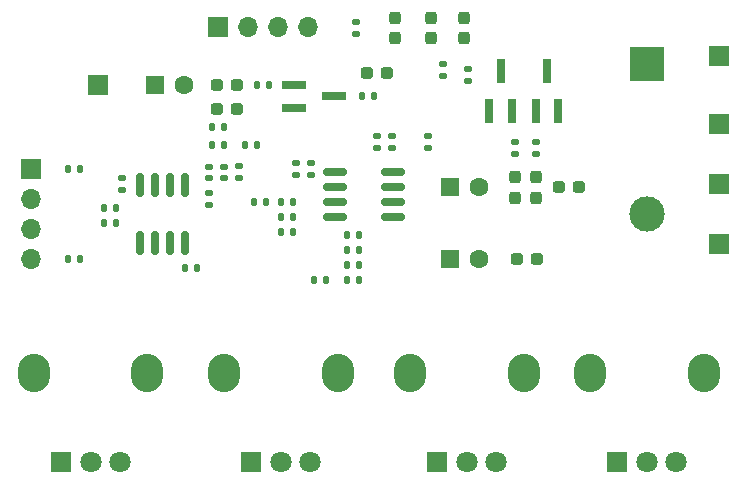
<source format=gts>
G04 #@! TF.GenerationSoftware,KiCad,Pcbnew,6.0.2-378541a8eb~116~ubuntu21.10.1*
G04 #@! TF.CreationDate,2022-03-02T08:52:49+01:00*
G04 #@! TF.ProjectId,BH,42482e6b-6963-4616-945f-706362585858,rev?*
G04 #@! TF.SameCoordinates,Original*
G04 #@! TF.FileFunction,Soldermask,Top*
G04 #@! TF.FilePolarity,Negative*
%FSLAX46Y46*%
G04 Gerber Fmt 4.6, Leading zero omitted, Abs format (unit mm)*
G04 Created by KiCad (PCBNEW 6.0.2-378541a8eb~116~ubuntu21.10.1) date 2022-03-02 08:52:49*
%MOMM*%
%LPD*%
G01*
G04 APERTURE LIST*
G04 Aperture macros list*
%AMRoundRect*
0 Rectangle with rounded corners*
0 $1 Rounding radius*
0 $2 $3 $4 $5 $6 $7 $8 $9 X,Y pos of 4 corners*
0 Add a 4 corners polygon primitive as box body*
4,1,4,$2,$3,$4,$5,$6,$7,$8,$9,$2,$3,0*
0 Add four circle primitives for the rounded corners*
1,1,$1+$1,$2,$3*
1,1,$1+$1,$4,$5*
1,1,$1+$1,$6,$7*
1,1,$1+$1,$8,$9*
0 Add four rect primitives between the rounded corners*
20,1,$1+$1,$2,$3,$4,$5,0*
20,1,$1+$1,$4,$5,$6,$7,0*
20,1,$1+$1,$6,$7,$8,$9,0*
20,1,$1+$1,$8,$9,$2,$3,0*%
G04 Aperture macros list end*
%ADD10R,1.700000X1.700000*%
%ADD11R,1.600000X1.600000*%
%ADD12C,1.600000*%
%ADD13RoundRect,0.135000X-0.185000X0.135000X-0.185000X-0.135000X0.185000X-0.135000X0.185000X0.135000X0*%
%ADD14RoundRect,0.140000X0.170000X-0.140000X0.170000X0.140000X-0.170000X0.140000X-0.170000X-0.140000X0*%
%ADD15RoundRect,0.237500X-0.287500X-0.237500X0.287500X-0.237500X0.287500X0.237500X-0.287500X0.237500X0*%
%ADD16RoundRect,0.135000X-0.135000X-0.185000X0.135000X-0.185000X0.135000X0.185000X-0.135000X0.185000X0*%
%ADD17RoundRect,0.135000X0.135000X0.185000X-0.135000X0.185000X-0.135000X-0.185000X0.135000X-0.185000X0*%
%ADD18RoundRect,0.237500X-0.237500X0.287500X-0.237500X-0.287500X0.237500X-0.287500X0.237500X0.287500X0*%
%ADD19RoundRect,0.237500X0.237500X-0.287500X0.237500X0.287500X-0.237500X0.287500X-0.237500X-0.287500X0*%
%ADD20RoundRect,0.140000X-0.140000X-0.170000X0.140000X-0.170000X0.140000X0.170000X-0.140000X0.170000X0*%
%ADD21R,2.000000X0.700000*%
%ADD22R,0.700000X2.000000*%
%ADD23RoundRect,0.135000X0.185000X-0.135000X0.185000X0.135000X-0.185000X0.135000X-0.185000X-0.135000X0*%
%ADD24O,1.700000X1.700000*%
%ADD25RoundRect,0.140000X-0.170000X0.140000X-0.170000X-0.140000X0.170000X-0.140000X0.170000X0.140000X0*%
%ADD26RoundRect,0.150000X-0.825000X-0.150000X0.825000X-0.150000X0.825000X0.150000X-0.825000X0.150000X0*%
%ADD27RoundRect,0.140000X0.140000X0.170000X-0.140000X0.170000X-0.140000X-0.170000X0.140000X-0.170000X0*%
%ADD28O,2.720000X3.240000*%
%ADD29R,1.800000X1.800000*%
%ADD30C,1.800000*%
%ADD31RoundRect,0.150000X0.150000X-0.825000X0.150000X0.825000X-0.150000X0.825000X-0.150000X-0.825000X0*%
%ADD32RoundRect,0.237500X0.287500X0.237500X-0.287500X0.237500X-0.287500X-0.237500X0.287500X-0.237500X0*%
%ADD33R,3.000000X3.000000*%
%ADD34C,3.000000*%
G04 APERTURE END LIST*
D10*
G04 #@! TO.C,LSP3*
X171196000Y-109220000D03*
G04 #@! TD*
D11*
G04 #@! TO.C,C2*
X123444000Y-100838000D03*
D12*
X125944000Y-100838000D03*
G04 #@! TD*
D13*
G04 #@! TO.C,R12*
X147828000Y-99058000D03*
X147828000Y-100078000D03*
G04 #@! TD*
D10*
G04 #@! TO.C,LSP1*
X171196000Y-98323400D03*
G04 #@! TD*
D14*
G04 #@! TO.C,C1*
X128016000Y-108684000D03*
X128016000Y-107724000D03*
G04 #@! TD*
D13*
G04 #@! TO.C,R7*
X130556000Y-107694000D03*
X130556000Y-108714000D03*
G04 #@! TD*
D15*
G04 #@! TO.C,D5*
X154065000Y-115570000D03*
X155815000Y-115570000D03*
G04 #@! TD*
D16*
G04 #@! TO.C,R10*
X119124000Y-112522000D03*
X120144000Y-112522000D03*
G04 #@! TD*
D17*
G04 #@! TO.C,R1*
X141988000Y-101788000D03*
X140968000Y-101788000D03*
G04 #@! TD*
D18*
G04 #@! TO.C,D4*
X155702000Y-108599000D03*
X155702000Y-110349000D03*
G04 #@! TD*
D17*
G04 #@! TO.C,R3*
X129288000Y-105918000D03*
X128268000Y-105918000D03*
G04 #@! TD*
D19*
G04 #@! TO.C,LED2*
X146812000Y-96875000D03*
X146812000Y-95125000D03*
G04 #@! TD*
D20*
G04 #@! TO.C,C7*
X134140000Y-110744000D03*
X135100000Y-110744000D03*
G04 #@! TD*
D10*
G04 #@! TO.C,LSP4*
X171196000Y-104140000D03*
G04 #@! TD*
D19*
G04 #@! TO.C,LED3*
X149606000Y-96875000D03*
X149606000Y-95125000D03*
G04 #@! TD*
D21*
G04 #@! TO.C,Q1*
X135206000Y-100838000D03*
X135206000Y-102738000D03*
X138606000Y-101788000D03*
G04 #@! TD*
D20*
G04 #@! TO.C,C6*
X116106000Y-107950000D03*
X117066000Y-107950000D03*
G04 #@! TD*
G04 #@! TO.C,C10*
X139728000Y-117348000D03*
X140688000Y-117348000D03*
G04 #@! TD*
D16*
G04 #@! TO.C,R6*
X132078000Y-100838000D03*
X133098000Y-100838000D03*
G04 #@! TD*
D22*
G04 #@! TO.C,Q2*
X155702000Y-103046000D03*
X157602000Y-103046000D03*
X156652000Y-99646000D03*
G04 #@! TD*
D19*
G04 #@! TO.C,LED1*
X143764000Y-96875000D03*
X143764000Y-95125000D03*
G04 #@! TD*
D23*
G04 #@! TO.C,R29*
X142240000Y-106174000D03*
X142240000Y-105154000D03*
G04 #@! TD*
D16*
G04 #@! TO.C,R11*
X119124000Y-111252000D03*
X120144000Y-111252000D03*
G04 #@! TD*
D15*
G04 #@! TO.C,D1*
X141365000Y-99822000D03*
X143115000Y-99822000D03*
G04 #@! TD*
D10*
G04 #@! TO.C,JP1*
X113000000Y-107950000D03*
D24*
X113000000Y-110490000D03*
X113000000Y-113030000D03*
X113000000Y-115570000D03*
G04 #@! TD*
D13*
G04 #@! TO.C,R18*
X135382000Y-107440000D03*
X135382000Y-108460000D03*
G04 #@! TD*
D25*
G04 #@! TO.C,C5*
X140462000Y-95520000D03*
X140462000Y-96480000D03*
G04 #@! TD*
D13*
G04 #@! TO.C,R2*
X128016000Y-109952000D03*
X128016000Y-110972000D03*
G04 #@! TD*
D17*
G04 #@! TO.C,R21*
X140718000Y-113538000D03*
X139698000Y-113538000D03*
G04 #@! TD*
D11*
G04 #@! TO.C,C8*
X148400888Y-115570000D03*
D12*
X150900888Y-115570000D03*
G04 #@! TD*
D16*
G04 #@! TO.C,R8*
X128268000Y-104394000D03*
X129288000Y-104394000D03*
G04 #@! TD*
D26*
G04 #@! TO.C,IC2*
X138684000Y-108204000D03*
X138684000Y-109474000D03*
X138684000Y-110744000D03*
X138684000Y-112014000D03*
X143634000Y-112014000D03*
X143634000Y-110744000D03*
X143634000Y-109474000D03*
X143634000Y-108204000D03*
G04 #@! TD*
D27*
G04 #@! TO.C,C4*
X117066000Y-115570000D03*
X116106000Y-115570000D03*
G04 #@! TD*
D28*
G04 #@! TO.C,R4*
X138912000Y-125225000D03*
X129312000Y-125225000D03*
D29*
X131612000Y-132725000D03*
D30*
X134112000Y-132725000D03*
X136612000Y-132725000D03*
G04 #@! TD*
D13*
G04 #@! TO.C,R14*
X136652000Y-107440000D03*
X136652000Y-108460000D03*
G04 #@! TD*
D15*
G04 #@! TO.C,D3*
X128665000Y-102870000D03*
X130415000Y-102870000D03*
G04 #@! TD*
D28*
G04 #@! TO.C,R17*
X113200000Y-125225000D03*
X122800000Y-125225000D03*
D29*
X115500000Y-132725000D03*
D30*
X118000000Y-132725000D03*
X120500000Y-132725000D03*
G04 #@! TD*
D28*
G04 #@! TO.C,R15*
X160300000Y-125225000D03*
X169900000Y-125225000D03*
D29*
X162600000Y-132725000D03*
D30*
X165100000Y-132725000D03*
X167600000Y-132725000D03*
G04 #@! TD*
D25*
G04 #@! TO.C,C3*
X129286000Y-107724000D03*
X129286000Y-108684000D03*
G04 #@! TD*
D17*
G04 #@! TO.C,R28*
X140718000Y-116078000D03*
X139698000Y-116078000D03*
G04 #@! TD*
D10*
G04 #@! TO.C,LSP2*
X118618000Y-100838000D03*
G04 #@! TD*
D28*
G04 #@! TO.C,R25*
X145060000Y-125225000D03*
X154660000Y-125225000D03*
D29*
X147360000Y-132725000D03*
D30*
X149860000Y-132725000D03*
X152360000Y-132725000D03*
G04 #@! TD*
D17*
G04 #@! TO.C,R13*
X132844000Y-110744000D03*
X131824000Y-110744000D03*
G04 #@! TD*
D23*
G04 #@! TO.C,R9*
X120650000Y-109730000D03*
X120650000Y-108710000D03*
G04 #@! TD*
D16*
G04 #@! TO.C,R5*
X131062000Y-105918000D03*
X132082000Y-105918000D03*
G04 #@! TD*
D17*
G04 #@! TO.C,R23*
X137924000Y-117348000D03*
X136904000Y-117348000D03*
G04 #@! TD*
G04 #@! TO.C,R16*
X127002000Y-116332000D03*
X125982000Y-116332000D03*
G04 #@! TD*
D15*
G04 #@! TO.C,D7*
X157621000Y-109474000D03*
X159371000Y-109474000D03*
G04 #@! TD*
D13*
G04 #@! TO.C,R24*
X143510000Y-105154000D03*
X143510000Y-106174000D03*
G04 #@! TD*
D31*
G04 #@! TO.C,IC1*
X122174000Y-114235000D03*
X123444000Y-114235000D03*
X124714000Y-114235000D03*
X125984000Y-114235000D03*
X125984000Y-109285000D03*
X124714000Y-109285000D03*
X123444000Y-109285000D03*
X122174000Y-109285000D03*
G04 #@! TD*
D23*
G04 #@! TO.C,R27*
X153924000Y-106682000D03*
X153924000Y-105662000D03*
G04 #@! TD*
D27*
G04 #@! TO.C,C9*
X135100000Y-112014000D03*
X134140000Y-112014000D03*
G04 #@! TD*
D10*
G04 #@! TO.C,LSP5*
X171196000Y-114300000D03*
G04 #@! TD*
G04 #@! TO.C,JP2*
X128778000Y-95885000D03*
D24*
X131318000Y-95885000D03*
X133858000Y-95885000D03*
X136398000Y-95885000D03*
G04 #@! TD*
D17*
G04 #@! TO.C,R20*
X135130000Y-113284000D03*
X134110000Y-113284000D03*
G04 #@! TD*
D27*
G04 #@! TO.C,C12*
X140688000Y-114808000D03*
X139728000Y-114808000D03*
G04 #@! TD*
D13*
G04 #@! TO.C,R22*
X150000000Y-99490000D03*
X150000000Y-100510000D03*
G04 #@! TD*
G04 #@! TO.C,R26*
X146558000Y-105154000D03*
X146558000Y-106174000D03*
G04 #@! TD*
D22*
G04 #@! TO.C,Q3*
X151770000Y-103046000D03*
X153670000Y-103046000D03*
X152720000Y-99646000D03*
G04 #@! TD*
D32*
G04 #@! TO.C,D2*
X130415000Y-100838000D03*
X128665000Y-100838000D03*
G04 #@! TD*
D23*
G04 #@! TO.C,R19*
X155702000Y-106682000D03*
X155702000Y-105662000D03*
G04 #@! TD*
D11*
G04 #@! TO.C,C11*
X148400888Y-109474000D03*
D12*
X150900888Y-109474000D03*
G04 #@! TD*
D18*
G04 #@! TO.C,D6*
X153924000Y-108599000D03*
X153924000Y-110349000D03*
G04 #@! TD*
D33*
G04 #@! TO.C,BT1*
X165100000Y-99060000D03*
D34*
X165100000Y-111760000D03*
G04 #@! TD*
M02*

</source>
